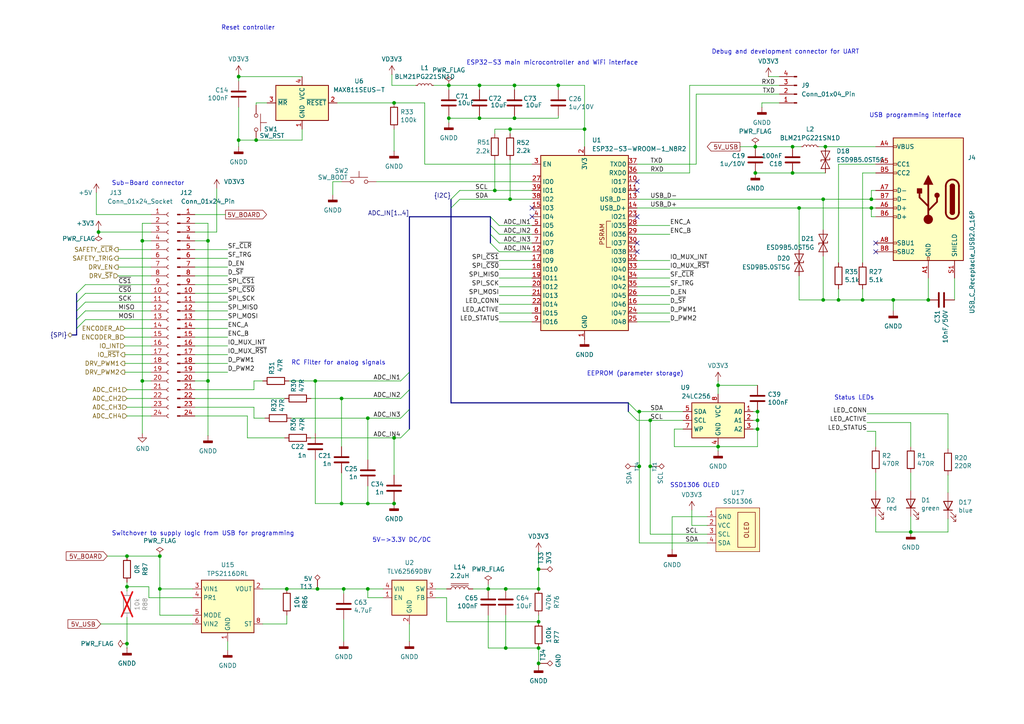
<source format=kicad_sch>
(kicad_sch (version 20250114) (generator "eeschema") (generator_version "9.0")
  (paper "A4")
  (title_block (title "HODOR (Highly flexible Open-source Door Operation Regulator)") (date "2025-02-21") (rev "00") (company "smartintech.de"))
  (bus_alias "I2C" (members "SCL" "SDA"))
  (text "Status LEDs" (at 241.935 116.205 0) (effects (font (size 1.27 1.27)) (justify left bottom)))
  (text "RC Filter for analog signals\n" (at 84.455 106.045 0) (effects (font (size 1.27 1.27)) (justify left bottom)))
  (text "SSD1306 OLED" (at 194.31 141.605 0) (effects (font (size 1.27 1.27)) (justify left bottom)))
  (text "Debug and development connector for UART\n" (at 206.375 15.875 0) (effects (font (size 1.27 1.27)) (justify left bottom)))
  (text "Switchover to supply logic from USB for programming" (at 32.385 155.575 0) (effects (font (size 1.27 1.27)) (justify left bottom)))
  (text "EEPROM (parameter storage)" (at 170.18 109.22 0) (effects (font (size 1.27 1.27)) (justify left bottom)))
  (text "Sub-Board connector" (at 32.385 53.975 0) (effects (font (size 1.27 1.27)) (justify left bottom)))
  (text "ESP32-S3 main microcontroller and WiFi interface" (at 135.255 19.05 0) (effects (font (size 1.27 1.27)) (justify left bottom)))
  (text "USB programming interface" (at 252.095 34.29 0) (effects (font (size 1.27 1.27)) (justify left bottom)))
  (text "Reset controller" (at 64.135 8.89 0) (effects (font (size 1.27 1.27)) (justify left bottom)))
  (text "5V->3.3V DC/DC" (at 107.95 157.48 0) (effects (font (size 1.27 1.27)) (justify left bottom)))
  (junction (at 99.695 170.815))
  (junction (at 114.3 146.05))
  (junction (at 161.925 24.765))
  (junction (at 147.955 37.465))
  (junction (at 41.275 69.85))
  (junction (at 238.76 86.995))
  (junction (at 92.075 170.815))
  (junction (at 219.075 50.165))
  (junction (at 99.06 115.57))
  (junction (at 69.215 22.225))
  (junction (at 219.075 42.545))
  (junction (at 146.685 187.96))
  (junction (at 60.325 69.85))
  (junction (at 219.71 121.92))
  (junction (at 46.355 170.815))
  (junction (at 252.73 60.325))
  (junction (at 146.685 170.815))
  (junction (at 250.19 86.995))
  (junction (at 238.76 57.785))
  (junction (at 114.3 29.845))
  (junction (at 229.87 50.165))
  (junction (at 60.325 110.49))
  (junction (at 219.71 119.38))
  (junction (at 149.225 34.29))
  (junction (at 130.175 34.29))
  (junction (at 219.71 124.46))
  (junction (at 114.3 127))
  (junction (at 106.68 146.05))
  (junction (at 259.08 86.995))
  (junction (at 269.24 86.995))
  (junction (at 74.295 40.64))
  (junction (at 106.68 121.285))
  (junction (at 36.83 161.29))
  (junction (at 229.87 42.545))
  (junction (at 156.21 187.96))
  (junction (at 239.395 42.545))
  (junction (at 185.42 119.38))
  (junction (at 147.955 57.785))
  (junction (at 264.16 154.305))
  (junction (at 99.06 146.05))
  (junction (at 36.83 186.69))
  (junction (at 139.065 34.29))
  (junction (at 141.605 170.815))
  (junction (at 208.28 129.54))
  (junction (at 156.21 170.815))
  (junction (at 208.28 111.76))
  (junction (at 252.73 57.785))
  (junction (at 91.44 110.49))
  (junction (at 156.21 180.34))
  (junction (at 169.545 37.465))
  (junction (at 188.595 121.92))
  (junction (at 185.42 135.255))
  (junction (at 188.595 135.255))
  (junction (at 28.575 67.31))
  (junction (at 69.215 40.64))
  (junction (at 149.225 24.765))
  (junction (at 46.355 161.29))
  (junction (at 143.51 55.245))
  (junction (at 106.68 170.815))
  (junction (at 156.21 165.1))
  (junction (at 83.185 170.815))
  (junction (at 243.205 86.995))
  (junction (at 41.275 110.49))
  (junction (at 36.83 170.18))
  (junction (at 130.175 24.765))
  (junction (at 231.775 60.325))
  (junction (at 156.21 192.405))
  (junction (at 139.065 24.765))
  (no_connect (at 184.785 62.865))
  (no_connect (at 254 70.485))
  (no_connect (at 154.305 62.865))
  (no_connect (at 184.785 73.025))
  (no_connect (at 184.785 70.485))
  (no_connect (at 184.785 52.705))
  (no_connect (at 254 73.025))
  (no_connect (at 154.305 60.325))
  (no_connect (at 184.785 55.245))
  (bus_entry (at 22.225 92.71) (size 2.54 -2.54))
  (bus_entry (at 142.24 70.485) (size 2.54 2.54))
  (bus_entry (at 130.81 57.785) (size 2.54 -2.54))
  (bus_entry (at 22.225 87.63) (size 2.54 -2.54))
  (bus_entry (at 22.225 95.25) (size 2.54 -2.54))
  (bus_entry (at 130.81 60.325) (size 2.54 -2.54))
  (bus_entry (at 118.745 118.745) (size -2.54 2.54))
  (bus_entry (at 118.745 113.03) (size -2.54 2.54))
  (bus_entry (at 142.24 67.945) (size 2.54 2.54))
  (bus_entry (at 142.24 62.865) (size 2.54 2.54))
  (bus_entry (at 182.245 119.38) (size 2.54 2.54))
  (bus_entry (at 142.24 65.405) (size 2.54 2.54))
  (bus_entry (at 22.225 85.09) (size 2.54 -2.54))
  (bus_entry (at 182.245 116.84) (size 2.54 2.54))
  (bus_entry (at 118.745 124.46) (size -2.54 2.54))
  (bus_entry (at 22.225 90.17) (size 2.54 -2.54))
  (bus_entry (at 118.745 107.95) (size -2.54 2.54))
  (wire (pts (xy 239.395 42.545) (xy 254 42.545)))
  (wire (pts (xy 36.195 105.41) (xy 43.815 105.41)))
  (wire (pts (xy 73.66 110.49) (xy 76.2 110.49)))
  (wire (pts (xy 144.78 93.345) (xy 154.305 93.345)))
  (wire (pts (xy 74.295 40.64) (xy 87.63 40.64)))
  (wire (pts (xy 111.125 173.355) (xy 106.68 173.355)))
  (bus (pts (xy 142.24 62.865) (xy 118.745 62.865)))
  (wire (pts (xy 161.925 24.765) (xy 169.545 24.765)))
  (wire (pts (xy 231.775 60.325) (xy 252.73 60.325)))
  (wire (pts (xy 184.785 57.785) (xy 238.76 57.785)))
  (wire (pts (xy 36.83 168.91) (xy 36.83 170.18)))
  (wire (pts (xy 274.955 154.305) (xy 264.16 154.305)))
  (wire (pts (xy 252.73 55.245) (xy 252.73 57.785)))
  (wire (pts (xy 99.695 170.815) (xy 106.68 170.815)))
  (wire (pts (xy 219.71 121.92) (xy 219.71 124.46)))
  (wire (pts (xy 250.19 83.82) (xy 250.19 86.995)))
  (wire (pts (xy 56.515 72.39) (xy 66.04 72.39)))
  (wire (pts (xy 144.78 83.185) (xy 154.305 83.185)))
  (wire (pts (xy 276.86 80.645) (xy 276.86 86.995)))
  (wire (pts (xy 60.325 110.49) (xy 60.325 126.365)))
  (wire (pts (xy 113.665 24.765) (xy 120.65 24.765)))
  (wire (pts (xy 161.925 26.035) (xy 161.925 24.765)))
  (wire (pts (xy 259.08 86.995) (xy 269.24 86.995)))
  (wire (pts (xy 218.44 119.38) (xy 219.71 119.38)))
  (wire (pts (xy 184.785 60.325) (xy 231.775 60.325)))
  (wire (pts (xy 60.325 64.77) (xy 60.325 69.85)))
  (bus (pts (xy 118.745 62.865) (xy 118.745 107.95)))
  (wire (pts (xy 229.87 42.545) (xy 219.075 42.545)))
  (wire (pts (xy 226.06 22.225) (xy 222.885 22.225)))
  (wire (pts (xy 114.3 37.465) (xy 114.3 43.815)))
  (wire (pts (xy 194.945 149.86) (xy 194.945 159.385)))
  (wire (pts (xy 144.78 90.805) (xy 154.305 90.805)))
  (wire (pts (xy 184.785 121.92) (xy 188.595 121.92)))
  (wire (pts (xy 161.925 33.655) (xy 161.925 34.29)))
  (wire (pts (xy 147.955 46.355) (xy 147.955 57.785)))
  (wire (pts (xy 46.355 170.815) (xy 55.88 170.815)))
  (wire (pts (xy 69.215 40.64) (xy 74.295 40.64)))
  (wire (pts (xy 36.195 97.79) (xy 43.815 97.79)))
  (wire (pts (xy 169.545 37.465) (xy 169.545 42.545)))
  (wire (pts (xy 254 154.305) (xy 264.16 154.305)))
  (wire (pts (xy 149.225 26.035) (xy 149.225 24.765)))
  (wire (pts (xy 56.515 120.65) (xy 71.755 120.65)))
  (wire (pts (xy 56.515 113.03) (xy 73.66 113.03)))
  (wire (pts (xy 83.185 180.975) (xy 83.185 178.435)))
  (wire (pts (xy 226.06 29.845) (xy 220.98 29.845)))
  (wire (pts (xy 208.28 110.49) (xy 208.28 111.76)))
  (wire (pts (xy 198.12 124.46) (xy 195.58 124.46)))
  (wire (pts (xy 141.605 169.545) (xy 141.605 170.815)))
  (wire (pts (xy 114.3 137.795) (xy 114.3 127)))
  (bus (pts (xy 118.745 113.03) (xy 118.745 118.745)))
  (wire (pts (xy 92.075 170.815) (xy 99.695 170.815)))
  (wire (pts (xy 97.79 29.845) (xy 114.3 29.845)))
  (wire (pts (xy 24.765 92.71) (xy 43.815 92.71)))
  (wire (pts (xy 188.595 121.92) (xy 198.12 121.92)))
  (wire (pts (xy 194.945 149.86) (xy 205.105 149.86)))
  (wire (pts (xy 137.16 170.815) (xy 141.605 170.815)))
  (wire (pts (xy 73.66 121.285) (xy 76.835 121.285)))
  (wire (pts (xy 129.54 173.355) (xy 129.54 180.34)))
  (wire (pts (xy 116.205 115.57) (xy 99.06 115.57)))
  (wire (pts (xy 219.71 129.54) (xy 219.71 124.46)))
  (wire (pts (xy 218.44 121.92) (xy 219.71 121.92)))
  (bus (pts (xy 142.24 65.405) (xy 142.24 67.945)))
  (wire (pts (xy 28.575 67.31) (xy 43.815 67.31)))
  (wire (pts (xy 34.29 77.47) (xy 43.815 77.47)))
  (wire (pts (xy 237.49 42.545) (xy 239.395 42.545)))
  (wire (pts (xy 116.205 121.285) (xy 106.68 121.285)))
  (wire (pts (xy 254 50.165) (xy 250.19 50.165)))
  (wire (pts (xy 24.765 82.55) (xy 43.815 82.55)))
  (wire (pts (xy 73.66 110.49) (xy 73.66 113.03)))
  (wire (pts (xy 116.205 110.49) (xy 91.44 110.49)))
  (wire (pts (xy 156.21 187.96) (xy 156.21 192.405)))
  (wire (pts (xy 36.83 120.65) (xy 43.815 120.65)))
  (wire (pts (xy 144.78 67.945) (xy 154.305 67.945)))
  (wire (pts (xy 41.275 110.49) (xy 43.815 110.49)))
  (wire (pts (xy 250.19 50.165) (xy 250.19 76.2)))
  (wire (pts (xy 106.68 170.815) (xy 111.125 170.815)))
  (wire (pts (xy 36.83 113.03) (xy 43.815 113.03)))
  (wire (pts (xy 76.2 180.975) (xy 83.185 180.975)))
  (wire (pts (xy 219.71 111.76) (xy 208.28 111.76)))
  (wire (pts (xy 238.76 86.995) (xy 238.76 74.295)))
  (wire (pts (xy 114.3 146.05) (xy 114.3 145.415)))
  (wire (pts (xy 252.73 60.325) (xy 252.73 62.865)))
  (wire (pts (xy 76.2 170.815) (xy 83.185 170.815)))
  (wire (pts (xy 27.94 62.23) (xy 43.815 62.23)))
  (wire (pts (xy 141.605 187.96) (xy 146.685 187.96)))
  (wire (pts (xy 41.275 64.77) (xy 41.275 69.85)))
  (wire (pts (xy 184.785 47.625) (xy 201.93 47.625)))
  (wire (pts (xy 264.16 142.24) (xy 264.16 137.16)))
  (wire (pts (xy 90.17 127) (xy 114.3 127)))
  (wire (pts (xy 139.065 24.765) (xy 139.065 26.035)))
  (wire (pts (xy 156.21 187.96) (xy 146.685 187.96)))
  (bus (pts (xy 20.955 97.155) (xy 22.225 97.155)))
  (wire (pts (xy 34.29 74.93) (xy 43.815 74.93)))
  (wire (pts (xy 56.515 87.63) (xy 66.04 87.63)))
  (wire (pts (xy 113.665 21.59) (xy 113.665 24.765)))
  (wire (pts (xy 99.695 170.815) (xy 99.695 172.085)))
  (wire (pts (xy 143.51 55.245) (xy 154.305 55.245)))
  (wire (pts (xy 130.175 24.765) (xy 139.065 24.765)))
  (wire (pts (xy 31.115 161.29) (xy 36.83 161.29)))
  (wire (pts (xy 208.28 111.76) (xy 208.28 114.3)))
  (wire (pts (xy 149.225 24.765) (xy 161.925 24.765)))
  (wire (pts (xy 133.35 57.785) (xy 147.955 57.785)))
  (wire (pts (xy 218.44 124.46) (xy 219.71 124.46)))
  (wire (pts (xy 229.87 50.165) (xy 239.395 50.165)))
  (wire (pts (xy 194.31 67.945) (xy 184.785 67.945)))
  (wire (pts (xy 194.31 83.185) (xy 184.785 83.185)))
  (wire (pts (xy 144.78 70.485) (xy 154.305 70.485)))
  (wire (pts (xy 99.06 129.54) (xy 99.06 115.57)))
  (wire (pts (xy 66.04 80.01) (xy 56.515 80.01)))
  (wire (pts (xy 133.35 55.245) (xy 143.51 55.245)))
  (wire (pts (xy 144.78 88.265) (xy 154.305 88.265)))
  (wire (pts (xy 130.175 34.29) (xy 139.065 34.29)))
  (wire (pts (xy 200.025 24.765) (xy 226.06 24.765)))
  (wire (pts (xy 56.515 118.11) (xy 73.66 118.11)))
  (bus (pts (xy 22.225 87.63) (xy 22.225 90.17)))
  (wire (pts (xy 114.3 29.845) (xy 123.19 29.845)))
  (wire (pts (xy 73.66 118.11) (xy 73.66 121.285)))
  (wire (pts (xy 243.205 47.625) (xy 243.205 76.2)))
  (wire (pts (xy 24.765 90.17) (xy 43.815 90.17)))
  (wire (pts (xy 243.205 86.995) (xy 250.19 86.995)))
  (wire (pts (xy 99.06 137.16) (xy 99.06 146.05)))
  (wire (pts (xy 231.775 86.995) (xy 231.775 80.01)))
  (wire (pts (xy 208.28 129.54) (xy 219.71 129.54)))
  (wire (pts (xy 90.17 115.57) (xy 99.06 115.57)))
  (wire (pts (xy 141.605 178.435) (xy 141.605 187.96)))
  (wire (pts (xy 144.78 78.105) (xy 154.305 78.105)))
  (wire (pts (xy 238.76 86.995) (xy 231.775 86.995)))
  (wire (pts (xy 125.73 24.765) (xy 130.175 24.765)))
  (wire (pts (xy 156.21 165.1) (xy 156.21 160.02)))
  (wire (pts (xy 56.515 69.85) (xy 60.325 69.85)))
  (wire (pts (xy 60.325 69.85) (xy 60.325 110.49)))
  (wire (pts (xy 62.865 67.31) (xy 62.865 54.61)))
  (wire (pts (xy 56.515 110.49) (xy 60.325 110.49)))
  (wire (pts (xy 36.83 118.11) (xy 43.815 118.11)))
  (wire (pts (xy 184.785 119.38) (xy 185.42 119.38)))
  (wire (pts (xy 36.83 115.57) (xy 43.815 115.57)))
  (wire (pts (xy 251.46 122.555) (xy 264.16 122.555)))
  (wire (pts (xy 24.765 87.63) (xy 43.815 87.63)))
  (wire (pts (xy 259.08 86.995) (xy 259.08 90.17)))
  (wire (pts (xy 96.52 52.705) (xy 99.06 52.705)))
  (wire (pts (xy 56.515 115.57) (xy 82.55 115.57)))
  (wire (pts (xy 143.51 37.465) (xy 147.955 37.465)))
  (wire (pts (xy 43.18 170.18) (xy 36.83 170.18)))
  (wire (pts (xy 71.755 120.65) (xy 71.755 127)))
  (wire (pts (xy 188.595 154.94) (xy 205.105 154.94)))
  (wire (pts (xy 252.73 57.785) (xy 254 57.785)))
  (bus (pts (xy 118.745 107.95) (xy 118.745 113.03)))
  (wire (pts (xy 69.215 40.64) (xy 69.215 42.545)))
  (wire (pts (xy 27.94 62.23) (xy 27.94 55.88)))
  (wire (pts (xy 106.68 133.35) (xy 106.68 121.285)))
  (wire (pts (xy 219.075 50.165) (xy 229.87 50.165)))
  (wire (pts (xy 243.205 86.995) (xy 238.76 86.995)))
  (wire (pts (xy 254 60.325) (xy 252.73 60.325)))
  (wire (pts (xy 24.765 85.09) (xy 43.815 85.09)))
  (wire (pts (xy 264.16 149.86) (xy 264.16 154.305)))
  (wire (pts (xy 109.22 52.705) (xy 154.305 52.705)))
  (wire (pts (xy 214.63 42.545) (xy 219.075 42.545)))
  (wire (pts (xy 184.785 75.565) (xy 194.31 75.565)))
  (wire (pts (xy 123.19 47.625) (xy 154.305 47.625)))
  (wire (pts (xy 156.21 170.815) (xy 156.21 165.1)))
  (wire (pts (xy 254 55.245) (xy 252.73 55.245)))
  (wire (pts (xy 106.68 140.97) (xy 106.68 146.05)))
  (wire (pts (xy 185.42 135.255) (xy 185.42 157.48)))
  (wire (pts (xy 144.78 80.645) (xy 154.305 80.645)))
  (wire (pts (xy 169.545 24.765) (xy 169.545 37.465)))
  (wire (pts (xy 77.47 29.845) (xy 74.295 29.845)))
  (wire (pts (xy 28.575 67.31) (xy 28.575 66.675)))
  (bus (pts (xy 142.24 67.945) (xy 142.24 70.485)))
  (wire (pts (xy 208.28 129.54) (xy 208.28 130.81)))
  (wire (pts (xy 36.83 186.69) (xy 36.83 179.07)))
  (bus (pts (xy 22.225 92.71) (xy 22.225 95.25)))
  (wire (pts (xy 195.58 129.54) (xy 208.28 129.54)))
  (wire (pts (xy 66.04 186.055) (xy 66.04 188.595)))
  (wire (pts (xy 116.205 127) (xy 114.3 127)))
  (wire (pts (xy 269.24 86.995) (xy 269.24 80.645)))
  (wire (pts (xy 161.925 34.29) (xy 149.225 34.29)))
  (wire (pts (xy 29.21 180.975) (xy 55.88 180.975)))
  (wire (pts (xy 200.025 24.765) (xy 200.025 50.165)))
  (wire (pts (xy 36.195 102.87) (xy 43.815 102.87)))
  (wire (pts (xy 36.195 107.95) (xy 43.815 107.95)))
  (wire (pts (xy 274.955 150.495) (xy 274.955 154.305)))
  (wire (pts (xy 34.29 72.39) (xy 43.815 72.39)))
  (wire (pts (xy 231.775 60.325) (xy 231.775 72.39)))
  (bus (pts (xy 118.745 118.745) (xy 118.745 124.46)))
  (wire (pts (xy 74.295 29.845) (xy 74.295 30.48)))
  (wire (pts (xy 36.195 95.25) (xy 43.815 95.25)))
  (wire (pts (xy 96.52 56.515) (xy 96.52 52.705)))
  (wire (pts (xy 156.21 178.435) (xy 156.21 180.34)))
  (wire (pts (xy 71.755 127) (xy 82.55 127)))
  (wire (pts (xy 251.46 120.015) (xy 274.955 120.015)))
  (wire (pts (xy 99.695 179.705) (xy 99.695 186.055)))
  (wire (pts (xy 147.955 57.785) (xy 154.305 57.785)))
  (wire (pts (xy 43.815 64.77) (xy 41.275 64.77)))
  (wire (pts (xy 184.785 78.105) (xy 194.31 78.105)))
  (wire (pts (xy 69.215 22.225) (xy 69.215 23.495)))
  (wire (pts (xy 83.185 170.815) (xy 92.075 170.815)))
  (wire (pts (xy 139.065 24.765) (xy 149.225 24.765)))
  (wire (pts (xy 238.76 57.785) (xy 252.73 57.785)))
  (wire (pts (xy 232.41 42.545) (xy 229.87 42.545)))
  (wire (pts (xy 69.215 21.59) (xy 69.215 22.225)))
  (wire (pts (xy 56.515 64.77) (xy 60.325 64.77)))
  (wire (pts (xy 66.04 105.41) (xy 56.515 105.41)))
  (wire (pts (xy 220.98 29.845) (xy 220.98 31.115)))
  (wire (pts (xy 43.18 173.355) (xy 43.18 170.18)))
  (wire (pts (xy 184.785 50.165) (xy 200.025 50.165)))
  (wire (pts (xy 130.175 24.765) (xy 130.175 26.035)))
  (wire (pts (xy 56.515 102.87) (xy 66.04 102.87)))
  (wire (pts (xy 274.955 142.875) (xy 274.955 137.795)))
  (wire (pts (xy 254 129.54) (xy 254 125.095)))
  (bus (pts (xy 130.81 116.84) (xy 182.245 116.84)))
  (wire (pts (xy 69.215 22.225) (xy 87.63 22.225)))
  (wire (pts (xy 65.405 62.23) (xy 56.515 62.23)))
  (wire (pts (xy 34.29 80.01) (xy 43.815 80.01)))
  (wire (pts (xy 243.205 83.82) (xy 243.205 86.995)))
  (wire (pts (xy 143.51 46.355) (xy 143.51 55.245)))
  (wire (pts (xy 194.31 85.725) (xy 184.785 85.725)))
  (wire (pts (xy 146.685 187.96) (xy 146.685 178.435)))
  (wire (pts (xy 41.275 69.85) (xy 43.815 69.85)))
  (wire (pts (xy 264.16 122.555) (xy 264.16 129.54)))
  (wire (pts (xy 139.065 33.655) (xy 139.065 34.29)))
  (wire (pts (xy 201.93 27.305) (xy 226.06 27.305)))
  (wire (pts (xy 254 137.16) (xy 254 142.24)))
  (wire (pts (xy 139.065 34.29) (xy 149.225 34.29)))
  (wire (pts (xy 87.63 37.465) (xy 87.63 40.64)))
  (wire (pts (xy 188.595 121.92) (xy 188.595 135.255)))
  (wire (pts (xy 200.66 147.955) (xy 200.66 152.4)))
  (wire (pts (xy 238.76 66.675) (xy 238.76 57.785)))
  (bus (pts (xy 182.245 116.84) (xy 182.245 119.38)))
  (wire (pts (xy 46.355 178.435) (xy 46.355 170.815)))
  (wire (pts (xy 254 149.86) (xy 254 154.305)))
  (wire (pts (xy 274.955 130.175) (xy 274.955 120.015)))
  (wire (pts (xy 91.44 110.49) (xy 91.44 125.73)))
  (wire (pts (xy 56.515 107.95) (xy 66.04 107.95)))
  (bus (pts (xy 22.225 85.09) (xy 22.225 87.63)))
  (wire (pts (xy 126.365 173.355) (xy 129.54 173.355)))
  (wire (pts (xy 66.04 74.93) (xy 56.515 74.93)))
  (wire (pts (xy 123.19 29.845) (xy 123.19 47.625)))
  (wire (pts (xy 185.42 119.38) (xy 198.12 119.38)))
  (wire (pts (xy 130.175 35.56) (xy 130.175 34.29)))
  (wire (pts (xy 194.31 90.805) (xy 184.785 90.805)))
  (bus (pts (xy 22.225 90.17) (xy 22.225 92.71)))
  (wire (pts (xy 106.68 146.05) (xy 114.3 146.05)))
  (wire (pts (xy 129.54 180.34) (xy 156.21 180.34)))
  (wire (pts (xy 156.21 192.405) (xy 156.21 193.04)))
  (wire (pts (xy 46.355 161.29) (xy 36.83 161.29)))
  (wire (pts (xy 56.515 82.55) (xy 66.04 82.55)))
  (bus (pts (xy 142.24 62.865) (xy 142.24 65.405)))
  (wire (pts (xy 144.78 65.405) (xy 154.305 65.405)))
  (bus (pts (xy 130.81 57.785) (xy 130.81 60.325)))
  (wire (pts (xy 55.88 173.355) (xy 43.18 173.355)))
  (wire (pts (xy 250.19 86.995) (xy 259.08 86.995)))
  (wire (pts (xy 141.605 170.815) (xy 146.685 170.815)))
  (wire (pts (xy 41.275 110.49) (xy 41.275 125.73)))
  (wire (pts (xy 201.93 47.625) (xy 201.93 27.305)))
  (wire (pts (xy 56.515 90.17) (xy 66.04 90.17)))
  (wire (pts (xy 254 47.625) (xy 243.205 47.625)))
  (wire (pts (xy 36.83 171.45) (xy 36.83 170.18)))
  (wire (pts (xy 36.83 187.96) (xy 36.83 186.69)))
  (wire (pts (xy 46.355 170.815) (xy 46.355 161.29)))
  (wire (pts (xy 194.31 88.265) (xy 184.785 88.265)))
  (wire (pts (xy 91.44 133.35) (xy 91.44 146.05)))
  (wire (pts (xy 205.105 152.4) (xy 200.66 152.4)))
  (wire (pts (xy 91.44 146.05) (xy 99.06 146.05)))
  (wire (pts (xy 66.04 97.79) (xy 56.515 97.79)))
  (wire (pts (xy 118.745 186.055) (xy 118.745 180.975)))
  (wire (pts (xy 185.42 157.48) (xy 205.105 157.48)))
  (wire (pts (xy 252.73 62.865) (xy 254 62.865)))
  (wire (pts (xy 184.785 80.645) (xy 194.31 80.645)))
  (wire (pts (xy 84.455 121.285) (xy 106.68 121.285)))
  (wire (pts (xy 56.515 67.31) (xy 62.865 67.31)))
  (wire (pts (xy 130.175 33.655) (xy 130.175 34.29)))
  (wire (pts (xy 99.06 146.05) (xy 106.68 146.05)))
  (wire (pts (xy 56.515 92.71) (xy 66.04 92.71)))
  (wire (pts (xy 55.88 178.435) (xy 46.355 178.435)))
  (wire (pts (xy 83.82 110.49) (xy 91.44 110.49)))
  (wire (pts (xy 66.04 100.33) (xy 56.515 100.33)))
  (wire (pts (xy 194.31 65.405) (xy 184.785 65.405)))
  (wire (pts (xy 195.58 124.46) (xy 195.58 129.54)))
  (wire (pts (xy 147.955 37.465) (xy 169.545 37.465)))
  (wire (pts (xy 144.78 75.565) (xy 154.305 75.565)))
  (wire (pts (xy 146.685 170.815) (xy 156.21 170.815)))
  (wire (pts (xy 194.31 93.345) (xy 184.785 93.345)))
  (wire (pts (xy 66.04 77.47) (xy 56.515 77.47)))
  (wire (pts (xy 106.68 173.355) (xy 106.68 170.815)))
  (wire (pts (xy 144.78 85.725) (xy 154.305 85.725)))
  (wire (pts (xy 66.04 95.25) (xy 56.515 95.25)))
  (wire (pts (xy 69.215 31.115) (xy 69.215 40.64)))
  (wire (pts (xy 219.71 119.38) (xy 219.71 121.92)))
  (wire (pts (xy 147.955 37.465) (xy 147.955 38.735)))
  (wire (pts (xy 41.275 69.85) (xy 41.275 110.49)))
  (bus (pts (xy 22.225 95.25) (xy 22.225 97.155)))
  (wire (pts (xy 56.515 85.09) (xy 66.04 85.09)))
  (bus (pts (xy 130.81 60.325) (xy 130.81 116.84)))
  (wire (pts (xy 126.365 170.815) (xy 129.54 170.815)))
  (wire (pts (xy 144.78 73.025) (xy 154.305 73.025)))
  (wire (pts (xy 36.195 100.33) (xy 43.815 100.33)))
  (wire (pts (xy 149.225 34.29) (xy 149.225 33.655)))
  (wire (pts (xy 185.42 119.38) (xy 185.42 135.255)))
  (wire (pts (xy 143.51 38.735) (xy 143.51 37.465)))
  (wire (pts (xy 251.46 125.095) (xy 254 125.095)))
  (wire (pts (xy 188.595 135.255) (xy 188.595 154.94)))
  (label "D_EN" (at 66.04 77.47 0))
  (label "~{CS1}" (at 34.29 82.55 0))
  (label "SPI_SCK" (at 144.78 83.185 180))
  (label "SPI_~{CS1}" (at 66.04 82.55 0))
  (label "D_PWM1" (at 66.04 105.41 0))
  (label "ADC_IN1" (at 146.05 65.405 0))
  (label "TXD" (at 188.595 47.625 0))
  (label "LED_ACTIVE" (at 144.78 90.805 180))
  (label "ADC_IN4" (at 116.205 127 180))
  (label "ADC_IN2" (at 116.205 115.57 180))
  (label "ADC_IN3" (at 146.05 70.485 0))
  (label "SPI_SCK" (at 66.04 87.63 0))
  (label "SCL" (at 188.595 121.92 0))
  (label "SPI_MISO" (at 66.04 90.17 0))
  (label "ENC_B" (at 66.04 97.79 0))
  (label "SPI_MOSI" (at 66.04 92.71 0))
  (label "ADC_IN2" (at 146.05 67.945 0))
  (label "SF_TRG" (at 194.31 83.185 0))
  (label "ENC_A" (at 194.31 65.405 0))
  (label "SCK" (at 34.29 87.63 0))
  (label "IO_MUX_INT" (at 66.04 100.33 0))
  (label "RXD" (at 224.79 24.765 180))
  (label "SPI_~{CS1}" (at 144.78 75.565 180))
  (label "SDA" (at 188.595 119.38 0))
  (label "SPI_~{CS0}" (at 66.04 85.09 0))
  (label "MOSI" (at 34.29 92.71 0))
  (label "{I2C}" (at 130.81 57.785 180))
  (label "D_PWM2" (at 66.04 107.95 0))
  (label "SF_TRG" (at 66.04 74.93 0))
  (label "USB_D-" (at 188.595 57.785 0))
  (label "D_~{SF}" (at 66.04 80.01 0))
  (label "ENC_B" (at 194.31 67.945 0))
  (label "LED_CONN" (at 251.46 120.015 180))
  (label "SPI_~{CS0}" (at 144.78 78.105 180))
  (label "SDA" (at 198.755 157.48 0))
  (label "IO_MUX_~{RST}" (at 194.31 78.105 0))
  (label "SPI_MOSI" (at 144.78 85.725 180))
  (label "IO_MUX_INT" (at 194.31 75.565 0))
  (label "LED_ACTIVE" (at 251.46 122.555 180))
  (label "ADC_IN3" (at 116.205 121.285 180))
  (label "ADC_IN[1..4]" (at 118.745 62.865 180))
  (label "IO_MUX_~{RST}" (at 66.04 102.87 0))
  (label "SCL" (at 198.755 154.94 0))
  (label "ADC_IN1" (at 116.205 110.49 180))
  (label "LED_STATUS" (at 144.78 93.345 180))
  (label "~{CS0}" (at 34.29 85.09 0))
  (label "ENC_A" (at 66.04 95.25 0))
  (label "SPI_MISO" (at 144.78 80.645 180))
  (label "D_EN" (at 194.31 85.725 0))
  (label "SCL" (at 137.795 55.245 0))
  (label "MISO" (at 34.29 90.17 0))
  (label "D_~{SF}" (at 194.31 88.265 0))
  (label "ADC_IN4" (at 146.05 73.025 0))
  (label "D_PWM2" (at 194.31 93.345 0))
  (label "SF_~{CLR}" (at 194.31 80.645 0))
  (label "SF_~{CLR}" (at 66.04 72.39 0))
  (label "D_PWM1" (at 194.31 90.805 0))
  (label "LED_CONN" (at 144.78 88.265 180))
  (label "USB_D+" (at 188.595 60.325 0))
  (label "RXD" (at 188.595 50.165 0))
  (label "TXD" (at 224.79 27.305 180))
  (label "LED_STATUS" (at 251.46 125.095 180))
  (label "SDA" (at 137.795 57.785 0))
  (global_label "5V_BOARD" (shape input) (at 31.115 161.29 180) (property "Intersheetrefs" "${INTERSHEET_REFS}" (at 18.635 161.29 0) (effects (justify right))))
  (global_label "5V_USB" (shape output) (at 214.63 42.545 180) (property "Intersheetrefs" "${INTERSHEET_REFS}" (at 204.5691 42.545 0) (effects (justify right))))
  (global_label "5V_BOARD" (shape output) (at 65.405 62.23 0) (property "Intersheetrefs" "${INTERSHEET_REFS}" (at 77.885 62.23 0) (effects (justify left))))
  (global_label "5V_USB" (shape input) (at 29.21 180.975 180) (property "Intersheetrefs" "${INTERSHEET_REFS}" (at 19.1491 180.975 0) (effects (justify right))))
  (hierarchical_label "{SPI}" (shape bidirectional) (at 20.955 97.155 180))
  (hierarchical_label "IO_~{RST}" (shape output) (at 36.195 102.87 180))
  (hierarchical_label "IO_INT" (shape input) (at 36.195 100.33 180))
  (hierarchical_label "SAFETY_TRIG" (shape output) (at 34.29 74.93 180))
  (hierarchical_label "SAFETY_~{CLR}" (shape output) (at 34.29 72.39 180))
  (hierarchical_label "DRV_PWM1" (shape output) (at 36.195 105.41 180))
  (hierarchical_label "DRV_EN" (shape output) (at 34.29 77.47 180))
  (hierarchical_label "ADC_CH1" (shape input) (at 36.83 113.03 180))
  (hierarchical_label "ADC_CH3" (shape input) (at 36.83 118.11 180))
  (hierarchical_label "ADC_CH2" (shape input) (at 36.83 115.57 180))
  (hierarchical_label "DRV_~{SF}" (shape input) (at 34.29 80.01 180))
  (hierarchical_label "ENCODER_A" (shape input) (at 36.195 95.25 180))
  (hierarchical_label "ADC_CH4" (shape input) (at 36.83 120.65 180))
  (hierarchical_label "ENCODER_B" (shape input) (at 36.195 97.79 180))
  (hierarchical_label "DRV_PWM2" (shape output) (at 36.195 107.95 180))
  (symbol (lib_id "Device:C") (at 91.44 129.54 0) (mirror x) (unit 1)
    (property "Reference" "C22" (at 88.265 129.54 0) (effects (justify right)))
    (property "Value" "1n" (at 88.9 132.08 0) (effects (justify right)))
    (property "Footprint" "Capacitor_SMD:C_0402_1005Metric" (effects (hide yes)))
    (property "Description" "Unpolarized capacitor" (effects (hide yes)))
  )
  (symbol (lib_id "Device:C") (at 99.06 133.35 0) (mirror x) (unit 1)
    (property "Reference" "C21" (at 96.139 132.1816 0) (effects (justify right)))
    (property "Value" "1n" (at 96.139 134.493 0) (effects (justify right)))
    (property "Footprint" "Capacitor_SMD:C_0402_1005Metric" (effects (hide yes)))
    (property "Description" "Unpolarized capacitor" (effects (hide yes)))
  )
  (symbol (lib_id "Device:C") (at 106.68 137.16 0) (mirror x) (unit 1)
    (property "Reference" "C25" (at 103.759 135.9916 0) (effects (justify right)))
    (property "Value" "1n" (at 103.759 138.303 0) (effects (justify right)))
    (property "Footprint" "Capacitor_SMD:C_0402_1005Metric" (effects (hide yes)))
    (property "Description" "Unpolarized capacitor" (effects (hide yes)))
  )
  (symbol (lib_id "Device:C") (at 114.3 141.605 0) (mirror x) (unit 1)
    (property "Reference" "C34" (at 111.379 140.4366 0) (effects (justify right)))
    (property "Value" "1n" (at 111.379 142.748 0) (effects (justify right)))
    (property "Footprint" "Capacitor_SMD:C_0402_1005Metric" (effects (hide yes)))
    (property "Description" "Unpolarized capacitor" (effects (hide yes)))
  )
  (symbol (lib_id "Memory_EEPROM:24LC256") (at 208.28 121.92 0) (mirror y) (unit 1)
    (property "Reference" "U9" (at 198.755 112.395 0))
    (property "Value" "24LC256" (at 201.93 114.935 0))
    (property "Footprint" "Package_SO:TSSOP-8_4.4x3mm_P0.65mm" (effects (hide yes)))
    (property "Datasheet" "http://ww1.microchip.com/downloads/en/devicedoc/21203m.pdf" (effects (hide yes)))
    (property "Description" "I2C Serial EEPROM, 256Kb, DIP-8/SOIC-8/TSSOP-8/DFN-8" (effects (hide yes)))
  )
  (symbol (lib_id "Device:C") (at 219.71 115.57 180) (unit 1)
    (property "Reference" "C39" (at 222.631 114.4016 0) (effects (justify right)))
    (property "Value" "100nF" (at 222.631 116.713 0) (effects (justify right)))
    (property "Footprint" "Capacitor_SMD:C_0402_1005Metric" (effects (hide yes)))
    (property "Description" "Unpolarized capacitor" (effects (hide yes)))
  )
  (symbol (lib_id "Device:R") (at 143.51 42.545 0) (unit 1)
    (property "Reference" "R51" (at 142.24 41.275 0) (effects (justify right)))
    (property "Value" "2.2k" (at 142.24 43.815 0) (effects (justify right)))
    (property "Footprint" "Resistor_SMD:R_0402_1005Metric" (effects (hide yes)))
    (property "Description" "Resistor" (effects (hide yes)))
  )
  (symbol (lib_id "Device:R") (at 147.955 42.545 0) (unit 1)
    (property "Reference" "R52" (at 149.733 41.3766 0) (effects (justify left)))
    (property "Value" "2.2k" (at 149.733 43.688 0) (effects (justify left)))
    (property "Footprint" "Resistor_SMD:R_0402_1005Metric" (effects (hide yes)))
    (property "Description" "Resistor" (effects (hide yes)))
  )
  (symbol (lib_id "Device:R") (at 80.01 110.49 90) (unit 1)
    (property "Reference" "R31" (at 78.8416 108.712 0) (effects (justify left)))
    (property "Value" "47R" (at 81.28 107.95 0) (effects (justify left)))
    (property "Footprint" "Resistor_SMD:R_0402_1005Metric" (effects (hide yes)))
    (property "Description" "Resistor" (effects (hide yes)))
  )
  (symbol (lib_id "Device:R") (at 86.36 115.57 90) (unit 1)
    (property "Reference" "R30" (at 85.1916 113.792 0) (effects (justify left)))
    (property "Value" "47R" (at 87.503 113.792 0) (effects (justify left)))
    (property "Footprint" "Resistor_SMD:R_0402_1005Metric" (effects (hide yes)))
    (property "Description" "Resistor" (effects (hide yes)))
  )
  (symbol (lib_id "Device:R") (at 80.645 121.285 90) (unit 1)
    (property "Reference" "R32" (at 79.4766 119.507 0) (effects (justify left)))
    (property "Value" "47R" (at 81.788 119.507 0) (effects (justify left)))
    (property "Footprint" "Resistor_SMD:R_0402_1005Metric" (effects (hide yes)))
    (property "Description" "Resistor" (effects (hide yes)))
  )
  (symbol (lib_id "Device:R") (at 86.36 127 90) (unit 1)
    (property "Reference" "R36" (at 85.09 125.095 0) (effects (justify left)))
    (property "Value" "47R" (at 87.63 125.095 0) (effects (justify left)))
    (property "Footprint" "Resistor_SMD:R_0402_1005Metric" (effects (hide yes)))
    (property "Description" "Resistor" (effects (hide yes)))
  )
  (symbol (lib_id "Connector:TestPoint_Alt") (at 185.42 135.255 90) (unit 1) (in_bom no)
    (property "Reference" "T24" (at 184.7596 136.7282 0) (effects (font (size 0.9906 0.9906)) (justify left)))
    (property "Value" "SDA" (at 182.4482 136.7282 0) (effects (justify right)))
    (property "Footprint" "TestPoint:TestPoint_Pad_D1.0mm" (effects (hide yes)))
    (property "Description" "test point (alternative shape)" (effects (hide yes)))
  )
  (symbol (lib_id "Connector:TestPoint_Alt") (at 188.595 135.255 270) (mirror x) (unit 1) (in_bom no)
    (property "Reference" "T21" (at 189.865 133.985 0) (effects (font (size 0.9906 0.9906)) (justify right)))
    (property "Value" "SCL" (at 191.5668 136.7282 0) (effects (justify right)))
    (property "Footprint" "TestPoint:TestPoint_Pad_D1.0mm" (effects (hide yes)))
    (property "Description" "test point (alternative shape)" (effects (hide yes)))
  )
  (symbol (lib_id "Device:C") (at 161.925 29.845 180) (unit 1)
    (property "Reference" "C26" (at 164.846 28.6766 0) (effects (justify right)))
    (property "Value" "1u/10V" (at 164.846 30.988 0) (effects (justify right)))
    (property "Footprint" "Capacitor_SMD:C_0402_1005Metric" (effects (hide yes)))
    (property "Description" "Unpolarized capacitor" (effects (hide yes)))
  )
  (symbol (lib_id "Device:R") (at 254 133.35 0) (unit 1)
    (property "Reference" "R2" (at 255.778 132.1816 0) (effects (justify left)))
    (property "Value" "470R" (at 255.778 134.493 0) (effects (justify left)))
    (property "Footprint" "Resistor_SMD:R_0402_1005Metric" (effects (hide yes)))
    (property "Description" "Resistor" (effects (hide yes)))
  )
  (symbol (lib_id "Device:R") (at 264.16 133.35 0) (unit 1)
    (property "Reference" "R1" (at 265.938 132.1816 0) (effects (justify left)))
    (property "Value" "470R" (at 265.938 134.493 0) (effects (justify left)))
    (property "Footprint" "Resistor_SMD:R_0402_1005Metric" (effects (hide yes)))
    (property "Description" "Resistor" (effects (hide yes)))
  )
  (symbol (lib_id "Device:LED") (at 254 146.05 90) (unit 1)
    (property "Reference" "D2" (at 256.9972 145.0594 90) (effects (justify right)))
    (property "Value" "red" (at 256.9972 147.3708 90) (effects (justify right)))
    (property "Footprint" "LED_SMD:LED_Kingbright_APA1606_1.6x0.6mm_Horizontal" (effects (hide yes)))
    (property "Description" "Light emitting diode" (effects (hide yes)))
    (property "Sim.Pins" "1=K 2=A" (effects (hide yes)))
  )
  (symbol (lib_id "Device:LED") (at 264.16 146.05 90) (unit 1)
    (property "Reference" "D1" (at 267.1572 145.0594 90) (effects (justify right)))
    (property "Value" "green" (at 267.1572 147.3708 90) (effects (justify right)))
    (property "Footprint" "LED_SMD:LED_Kingbright_APA1606_1.6x0.6mm_Horizontal" (effects (hide yes)))
    (property "Description" "Light emitting diode" (effects (hide yes)))
    (property "Sim.Pins" "1=K 2=A" (effects (hide yes)))
  )
  (symbol (lib_id "power:GNDD") (at 156.21 193.04 0) (unit 1)
    (property "Reference" "#PWR0103" (effects (hide yes)))
    (property "Value" "GNDD" (at 156.21 197.485 0))
    (property "Description" "Power symbol creates a global label with name \"GNDD\" , digital ground" (effects (hide yes)))
  )
  (symbol (lib_id "Device:L_Small") (at 234.95 42.545 90) (unit 1)
    (property "Reference" "L2" (at 234.95 37.465 90))
    (property "Value" "BLM21PG221SN1D" (at 234.95 40.005 90))
    (property "Footprint" "Inductor_SMD:L_0805_2012Metric" (effects (hide yes)))
    (property "Description" "Inductor, small symbol" (effects (hide yes)))
  )
  (symbol (lib_id "Switch:SW_Push") (at 74.295 35.56 270) (mirror x) (unit 1)
    (property "Reference" "SW1" (at 80.645 37.465 90) (effects (justify right)))
    (property "Value" "SW_RST" (at 82.55 39.37 90) (effects (justify right)))
    (property "Footprint" "Button_Switch_SMD:SW_SPST_CK_KMS2xxG" (effects (hide yes)))
    (property "Description" "Push button switch, generic, two pins" (effects (hide yes)))
  )
  (symbol (lib_id "power:GND") (at 41.275 125.73 0) (unit 1)
    (property "Reference" "#PWR0126" (effects (hide yes)))
    (property "Value" "GND" (at 41.402 130.1242 0))
    (property "Description" "Power symbol creates a global label with name \"GND\" , ground" (effects (hide yes)))
  )
  (symbol (lib_id "Device:R") (at 83.185 174.625 180) (unit 1)
    (property "Reference" "R86" (at 88.4428 174.625 90))
    (property "Value" "10k" (at 86.1314 174.625 90))
    (property "Footprint" "Resistor_SMD:R_0402_1005Metric" (effects (hide yes)))
    (property "Description" "Resistor" (effects (hide yes)))
  )
  (symbol (lib_id "hodor_custom_parts:SSD1306_OLED") (at 212.725 153.67 0) (mirror x) (unit 1)
    (property "Reference" "U17" (at 213.995 142.875 0))
    (property "Value" "SSD1306" (at 213.995 145.415 0))
    (property "Footprint" "hodor_footprints:SSD1306_OLED_Horizontal_Reverse" (effects (hide yes)))
  )
  (symbol (lib_id "Device:R") (at 243.205 80.01 0) (unit 1)
    (property "Reference" "R35" (at 244.983 78.8416 0) (effects (justify left)))
    (property "Value" "5.1k" (at 244.983 81.153 0) (effects (justify left)))
    (property "Footprint" "Resistor_SMD:R_0402_1005Metric" (effects (hide yes)))
    (property "Description" "Resistor" (effects (hide yes)))
  )
  (symbol (lib_id "power:GNDD") (at 114.3 43.815 0) (unit 1)
    (property "Reference" "#PWR0131" (effects (hide yes)))
    (property "Value" "GNDD" (at 114.3 48.26 0))
    (property "Description" "Power symbol creates a global label with name \"GNDD\" , digital ground" (effects (hide yes)))
  )
  (symbol (lib_id "Power_Supervisor:MAX811SEUS-T") (at 87.63 29.845 0) (unit 1)
    (property "Reference" "U6" (at 104.14 23.5264 0))
    (property "Value" "MAX811SEUS-T" (at 104.14 26.0664 0))
    (property "Footprint" "Package_TO_SOT_SMD:SOT-143" (effects (hide yes)))
    (property "Datasheet" "https://datasheets.maximintegrated.com/en/ds/MAX811-MAX812.pdf" (effects (hide yes)))
    (property "Description" "Power supply supervisor, Manual reset, Threshold 2.93V, SOT-143" (effects (hide yes)))
  )
  (symbol (lib_id "power:PWR_FLAG") (at 219.075 42.545 0) (unit 1)
    (property "Reference" "#FLG07" (effects (hide yes)))
    (property "Value" "PWR_FLAG" (at 219.075 38.1 0))
    (property "Description" "Special symbol for telling ERC where power comes from" (effects (hide yes)))
  )
  (symbol (lib_id "power:GNDD") (at 259.08 90.17 0) (unit 1)
    (property "Reference" "#PWR06" (effects (hide yes)))
    (property "Value" "GNDD" (at 259.08 94.615 0))
    (property "Description" "Power symbol creates a global label with name \"GNDD\" , digital ground" (effects (hide yes)))
  )
  (symbol (lib_id "Connector:TestPoint_Alt") (at 156.21 192.405 270) (unit 1) (in_bom no)
    (property "Reference" "T34" (at 157.48 191.77 0) (effects (justify right)))
    (property "Value" "GND" (at 161.925 193.675 0) (effects (justify right)))
    (property "Footprint" "TestPoint:TestPoint_Pad_1.0x1.0mm" (effects (hide yes)))
    (property "Description" "test point (alternative shape)" (effects (hide yes)))
  )
  (symbol (lib_id "power:+5V") (at 27.94 55.88 0) (unit 1)
    (property "Reference" "#PWR0130" (effects (hide yes)))
    (property "Value" "+5V" (at 24.765 55.88 0))
    (property "Description" "Power symbol creates a global label with name \"+5V\"" (effects (hide yes)))
  )
  (symbol (lib_id "Diode:ESD9B5.0ST5G") (at 239.395 46.355 270) (mirror x) (unit 1)
    (property "Reference" "D18" (at 242.57 43.815 90) (effects (justify left)))
    (property "Value" "ESD9B5.0ST5G" (at 242.57 46.355 90) (effects (justify left)))
    (property "Footprint" "Diode_SMD:D_SOD-923" (effects (hide yes)))
    (property "Datasheet" "https://www.onsemi.com/pub/Collateral/ESD9B-D.PDF" (effects (hide yes)))
    (property "Description" "ESD protection diode, 5.0Vrwm, SOD-923" (effects (hide yes)))
  )
  (symbol (lib_id "power:GNDD") (at 66.04 188.595 0) (unit 1)
    (property "Reference" "#PWR0116" (effects (hide yes)))
    (property "Value" "GNDD" (at 66.04 193.04 0))
    (property "Description" "Power symbol creates a global label with name \"GNDD\" , digital ground" (effects (hide yes)))
  )
  (symbol (lib_id "Device:R") (at 114.3 33.655 0) (unit 1)
    (property "Reference" "R33" (at 116.078 32.4866 0) (effects (justify left)))
    (property "Value" "100k" (at 116.078 34.798 0) (effects (justify left)))
    (property "Footprint" "Resistor_SMD:R_0402_1005Metric" (effects (hide yes)))
    (property "Description" "Resistor" (effects (hide yes)))
  )
  (symbol (lib_id "power:GNDD") (at 219.075 50.165 0) (unit 1)
    (property "Reference" "#PWR01" (effects (hide yes)))
    (property "Value" "GNDD" (at 219.075 54.61 0))
    (property "Description" "Power symbol creates a global label with name \"GNDD\" , digital ground" (effects (hide yes)))
  )
  (symbol (lib_id "power:GNDD") (at 36.83 187.96 0) (unit 1)
    (property "Reference" "#PWR0125" (effects (hide yes)))
    (property "Value" "GNDD" (at 36.83 192.405 0))
    (property "Description" "Power symbol creates a global label with name \"GNDD\" , digital ground" (effects (hide yes)))
  )
  (symbol (lib_id "power:PWR_FLAG") (at 28.575 67.31 180) (unit 1)
    (property "Reference" "#FLG012" (effects (hide yes)))
    (property "Value" "PWR_FLAG" (at 22.86 69.215 0))
    (property "Description" "Special symbol for telling ERC where power comes from" (effects (hide yes)))
  )
  (symbol (lib_id "power:PWR_FLAG") (at 141.605 169.545 0) (unit 1)
    (property "Reference" "#FLG09" (effects (hide yes)))
    (property "Value" "PWR_FLAG" (at 141.605 165.1 0))
    (property "Description" "Special symbol for telling ERC where power comes from" (effects (hide yes)))
  )
  (symbol (lib_id "Connector:TestPoint_Alt") (at 156.21 165.1 270) (unit 1) (in_bom no)
    (property "Reference" "T33" (at 156.8704 163.6268 0) (effects (justify right)))
    (property "Value" "3V3" (at 159.1818 163.6268 0) (effects (justify right)))
    (property "Footprint" "TestPoint:TestPoint_Pad_D1.0mm" (effects (hide yes)))
    (property "Description" "test point (alternative shape)" (effects (hide yes)))
  )
  (symbol (lib_id "power:PWR_FLAG") (at 130.175 24.765 0) (unit 1)
    (property "Reference" "#FLG05" (effects (hide yes)))
    (property "Value" "PWR_FLAG" (at 130.175 20.32 0))
    (property "Description" "Special symbol for telling ERC where power comes from" (effects (hide yes)))
  )
  (symbol (lib_id "Device:R") (at 274.955 133.985 0) (unit 1)
    (property "Reference" "R20" (at 276.733 132.8166 0) (effects (justify left)))
    (property "Value" "220R" (at 276.733 135.128 0) (effects (justify left)))
    (property "Footprint" "Resistor_SMD:R_0402_1005Metric" (effects (hide yes)))
    (property "Description" "Resistor" (effects (hide yes)))
  )
  (symbol (lib_id "power:VD") (at 222.885 22.225 0) (unit 1)
    (property "Reference" "#PWR08" (effects (hide yes)))
    (property "Value" "VD3V3" (at 222.885 17.78 0))
    (property "Description" "Power symbol creates a global label with name \"VD\"" (effects (hide yes)))
  )
  (symbol (lib_id "power:GNDD") (at 96.52 56.515 0) (unit 1)
    (property "Reference" "#PWR094" (effects (hide yes)))
    (property "Value" "GNDD" (at 96.52 60.96 0))
    (property "Description" "Power symbol creates a global label with name \"GNDD\" , digital ground" (effects (hide yes)))
  )
  (symbol (lib_id "power:GNDD") (at 69.215 42.545 0) (unit 1)
    (property "Reference" "#PWR093" (effects (hide yes)))
    (property "Value" "GNDD" (at 69.215 46.99 0))
    (property "Description" "Power symbol creates a global label with name \"GNDD\" , digital ground" (effects (hide yes)))
  )
  (symbol (lib_id "Connector:TestPoint_Alt") (at 92.075 170.815 0) (unit 1) (in_bom no)
    (property "Reference" "T13" (at 90.6018 170.1546 0) (effects (justify right)))
    (property "Value" "5V" (at 90.6018 167.8432 0) (effects (justify right)))
    (property "Footprint" "TestPoint:TestPoint_Pad_D1.0mm" (effects (hide yes)))
    (property "Description" "test point (alternative shape)" (effects (hide yes)))
  )
  (symbol (lib_id "Device:C") (at 146.685 174.625 0) (unit 1)
    (property "Reference" "C64" (at 149.606 173.4566 0) (effects (justify left)))
    (property "Value" "10uF" (at 149.606 175.768 0) (effects (justify left)))
    (property "Footprint" "Capacitor_SMD:C_0805_2012Metric" (effects (hide yes)))
    (property "Description" "Unpolarized capacitor" (effects (hide yes)))
  )
  (symbol (lib_id "Device:R") (at 250.19 80.01 0) (unit 1)
    (property "Reference" "R27" (at 251.968 78.8416 0) (effects (justify left)))
    (property "Value" "5.1k" (at 251.968 81.153 0) (effects (justify left)))
    (property "Footprint" "Resistor_SMD:R_0402_1005Metric" (effects (hide yes)))
    (property "Description" "Resistor" (effects (hide yes)))
  )
  (symbol (lib_id "power:PWR_FLAG") (at 36.83 186.69 90) (unit 1)
    (property "Reference" "#FLG06" (effects (hide yes)))
    (property "Value" "PWR_FLAG" (at 33.02 186.6899 90) (effects (justify left)))
    (property "Description" "Special symbol for telling ERC where power comes from" (effects (hide yes)))
  )
  (symbol (lib_id "power:VD") (at 156.21 160.02 0) (unit 1)
    (property "Reference" "#PWR05" (effects (hide yes)))
    (property "Value" "VD3V3" (at 156.21 155.575 0))
    (property "Description" "Power symbol creates a global label with name \"VD\"" (effects (hide yes)))
  )
  (symbol (lib_id "Regulator_Switching:TLV62569DBV") (at 118.745 173.355 0) (unit 1)
    (property "Reference" "U2" (at 118.745 163.195 0))
    (property "Value" "TLV62569DBV" (at 118.745 165.735 0))
    (property "Footprint" "Package_TO_SOT_SMD:SOT-23-5" (effects (hide yes)))
    (property "Datasheet" "http://www.ti.com/lit/ds/symlink/tlv62569.pdf" (effects (hide yes)))
    (property "Description" "High Efficiency Synchronous Buck Converter, Adjustable Output 0.6V-5.5V, 2A, SOT-23-5" (effects (hide yes)))
  )
  (symbol (lib_id "Device:C") (at 99.695 175.895 0) (unit 1)
    (property "Reference" "C63" (at 102.616 174.7266 0) (effects (justify left)))
    (property "Value" "4.7uF" (at 102.616 177.038 0) (effects (justify left)))
    (property "Footprint" "Capacitor_SMD:C_1206_3216Metric" (effects (hide yes)))
    (property "Description" "Unpolarized capacitor" (effects (hide yes)))
  )
  (symbol (lib_id "power:VD") (at 69.215 21.59 0) (unit 1)
    (property "Reference" "#PWR014" (effects (hide yes)))
    (property "Value" "VD3V3" (at 69.215 17.145 0))
    (property "Description" "Power symbol creates a global label with name \"VD\"" (effects (hide yes)))
  )
  (symbol (lib_id "Power_Management:TPS2116DRL") (at 66.04 175.895 0) (unit 1)
    (property "Reference" "U15" (at 66.04 163.83 0))
    (property "Value" "TPS2116DRL" (at 66.04 166.37 0))
    (property "Footprint" "Package_TO_SOT_SMD:SOT-583-8" (effects (hide yes)))
    (property "Datasheet" "https://www.ti.com/lit/ds/symlink/tps2116.pdf" (effects (hide yes)))
    (property "Description" "2 Channnels Power Mux with Manual and Priority Switchover, 1.6-5.5V Input Voltage, 2.5A Output Current, Ron 40 mOhm, SOT-583-8" (effects (hide yes)))
  )
  (symbol (lib_id "power:GNDD") (at 114.3 146.05 0) (unit 1)
    (property "Reference" "#PWR0102" (effects (hide yes)))
    (property "Value" "GNDD" (at 114.3 150.495 0))
    (property "Description" "Power symbol creates a global label with name \"GNDD\" , digital ground" (effects (hide yes)))
  )
  (symbol (lib_id "power:GNDD") (at 264.16 154.305 0) (unit 1)
    (property "Reference" "#PWR012" (effects (hide yes)))
    (property "Value" "GNDD" (at 264.16 158.75 0))
    (property "Description" "Power symbol creates a global label with name \"GNDD\" , digital ground" (effects (hide yes)))
  )
  (symbol (lib_id "power:GNDD") (at 169.545 98.425 0) (unit 1)
    (property "Reference" "#PWR059" (effects (hide yes)))
    (property "Value" "GNDD" (at 169.545 102.87 0))
    (property "Description" "Power symbol creates a global label with name \"GNDD\" , digital ground" (effects (hide yes)))
  )
  (symbol (lib_id "power:PWR_FLAG") (at 46.355 161.29 0) (unit 1)
    (property "Reference" "#FLG08" (effects (hide yes)))
    (property "Value" "PWR_FLAG" (at 46.355 156.845 0))
    (property "Description" "Special symbol for telling ERC where power comes from" (effects (hide yes)))
  )
  (symbol (lib_id "Connector:USB_C_Receptacle_USB2.0_16P") (at 269.24 57.785 0) (mirror y) (unit 1)
    (property "Reference" "J4" (at 280.67 45.72 0) (effects (justify right)))
    (property "Value" "USB_C_Receptacle_USB2.0_16P" (at 281.94 60.96 90) (effects (justify right)))
    (property "Footprint" "Connector_USB:USB_C_Receptacle_G-Switch_GT-USB-7010ASV" (effects (hide yes)))
    (property "Datasheet" "https://www.usb.org/sites/default/files/documents/usb_type-c.zip" (effects (hide yes)))
    (property "Description" "USB 2.0-only 16P Type-C Receptacle connector" (effects (hide yes)))
  )
  (symbol (lib_id "Device:C") (at 273.05 86.995 270) (mirror x) (unit 1)
    (property "Reference" "C31" (at 271.8816 89.916 0) (effects (justify right)))
    (property "Value" "10nF/50V" (at 274.193 89.916 0) (effects (justify right)))
    (property "Footprint" "Capacitor_SMD:C_0402_1005Metric" (effects (hide yes)))
    (property "Description" "Unpolarized capacitor" (effects (hide yes)))
  )
  (symbol (lib_id "Connector:Conn_01x24_Socket") (at 48.895 90.17 0) (unit 1)
    (property "Reference" "J13" (at 31.75 55.88 0) (effects (justify left)))
    (property "Value" "Conn_01x24_Socket" (at 31.115 58.42 0) (effects (justify left)))
    (property "Footprint" "Connector_PinSocket_2.00mm:PinSocket_2x12_P2.00mm_Vertical" (effects (hide yes)))
    (property "Description" "Generic connector, single row, 01x24, script generated" (effects (hide yes)))
  )
  (symbol (lib_id "power:GNDD") (at 130.175 35.56 0) (unit 1)
    (property "Reference" "#PWR0101" (effects (hide yes)))
    (property "Value" "GNDD" (at 130.175 40.005 0))
    (property "Description" "Power symbol creates a global label with name \"GNDD\" , digital ground" (effects (hide yes)))
  )
  (symbol (lib_id "Device:C") (at 229.87 46.355 0) (unit 1)
    (property "Reference" "C18" (at 226.949 47.5234 0) (effects (justify right)))
    (property "Value" "100nF" (at 226.949 45.212 0) (effects (justify right)))
    (property "Footprint" "Capacitor_SMD:C_0402_1005Metric" (effects (hide yes)))
    (property "Description" "Unpolarized capacitor" (effects (hide yes)))
  )
  (symbol (lib_id "Device:L_Iron") (at 133.35 170.815 90) (unit 1)
    (property "Reference" "L14" (at 133.35 164.465 90))
    (property "Value" "2.2uH" (at 133.35 167.005 90))
    (property "Footprint" "Inductor_SMD:L_1812_4532Metric" (effects (hide yes)))
    (property "Description" "Inductor with iron core" (effects (hide yes)))
  )
  (symbol (lib_id "power:VD") (at 113.665 21.59 0) (unit 1)
    (property "Reference" "#PWR015" (effects (hide yes)))
    (property "Value" "VD3V3" (at 113.665 17.145 0))
    (property "Description" "Power symbol creates a global label with name \"VD\"" (effects (hide yes)))
  )
  (symbol (lib_id "power:VD") (at 208.28 110.49 0) (unit 1)
    (property "Reference" "#PWR07" (effects (hide yes)))
    (property "Value" "VD3V3" (at 208.28 106.045 0))
    (property "Description" "Power symbol creates a global label with name \"VD\"" (effects (hide yes)))
  )
  (symbol (lib_id "power:GNDD") (at 60.325 126.365 0) (unit 1)
    (property "Reference" "#PWR0124" (effects (hide yes)))
    (property "Value" "GNDD" (at 60.325 130.81 0))
    (property "Description" "Power symbol creates a global label with name \"GNDD\" , digital ground" (effects (hide yes)))
  )
  (symbol (lib_id "Device:C") (at 219.075 46.355 0) (mirror x) (unit 1)
    (property "Reference" "C19" (at 216.154 45.1866 0) (effects (justify right)))
    (property "Value" "1u/10V" (at 216.154 47.498 0) (effects (justify right)))
    (property "Footprint" "Capacitor_SMD:C_0402_1005Metric" (effects (hide yes)))
    (property "Description" "Unpolarized capacitor" (effects (hide yes)))
  )
  (symbol (lib_id "power:VD") (at 62.865 54.61 0) (unit 1)
    (property "Reference" "#PWR010" (effects (hide yes)))
    (property "Value" "VD3V3" (at 67.945 52.705 0))
    (property "Description" "Power symbol creates a global label with name \"VD\"" (effects (hide yes)))
  )
  (symbol (lib_id "Connector:Conn_01x04_Pin") (at 231.14 27.305 180) (unit 1)
    (property "Reference" "J9" (at 232.41 24.7649 0) (effects (justify right)))
    (property "Value" "Conn_01x04_Pin" (at 232.41 27.3049 0) (effects (justify right)))
    (property "Footprint" "hodor_footprints:Conn_Header2.54_1x04_SMD" (effects (hide yes)))
    (property "Description" "Generic connector, single row, 01x04, script generated" (effects (hide yes)))
  )
  (symbol (lib_id "power:GNDD") (at 118.745 186.055 0) (unit 1)
    (property "Reference" "#PWR0104" (effects (hide yes)))
    (property "Value" "GNDD" (at 118.745 190.5 0))
    (property "Description" "Power symbol creates a global label with name \"GNDD\" , digital ground" (effects (hide yes)))
  )
  (symbol (lib_id "Device:C") (at 139.065 29.845 0) (unit 1)
    (property "Reference" "C72" (at 141.605 28.575 0) (effects (justify left)))
    (property "Value" "10uF" (at 142.24 30.48 0) (effects (justify left)))
    (property "Footprint" "Capacitor_SMD:C_0805_2012Metric" (effects (hide yes)))
    (property "Description" "Unpolarized capacitor" (effects (hide yes)))
  )
  (symbol (lib_id "power:VD") (at 200.66 147.955 0) (unit 1)
    (property "Reference" "#PWR011" (effects (hide yes)))
    (property "Value" "VD3V3" (at 200.66 143.51 0))
    (property "Description" "Power symbol creates a global label with name \"VD\"" (effects (hide yes)))
  )
  (symbol (lib_id "Diode:ESD9B5.0ST5G") (at 238.76 70.485 270) (mirror x) (unit 1)
    (property "Reference" "D21" (at 236.22 69.215 90) (effects (justify right)))
    (property "Value" "ESD9B5.0ST5G" (at 236.22 71.755 90) (effects (justify right)))
    (property "Footprint" "Diode_SMD:D_SOD-923" (effects (hide yes)))
    (property "Datasheet" "https://www.onsemi.com/pub/Collateral/ESD9B-D.PDF" (effects (hide yes)))
    (property "Description" "ESD protection diode, 5.0Vrwm, SOD-923" (effects (hide yes)))
  )
  (symbol (lib_id "power:+3V3") (at 28.575 66.675 0) (unit 1)
    (property "Reference" "#PWR0140" (effects (hide yes)))
    (property "Value" "+3V3" (at 24.765 64.77 0))
    (property "Description" "Power symbol creates a global label with name \"+3V3\"" (effects (hide yes)))
  )
  (symbol (lib_id "power:GNDD") (at 194.945 159.385 0) (unit 1)
    (property "Reference" "#PWR019" (effects (hide yes)))
    (property "Value" "GNDD" (at 194.945 163.83 0))
    (property "Description" "Power symbol creates a global label with name \"GNDD\" , digital ground" (effects (hide yes)))
  )
  (symbol (lib_id "Device:L_Small") (at 123.19 24.765 90) (unit 1)
    (property "Reference" "L1" (at 123.19 19.685 90))
    (property "Value" "BLM21PG221SN1D" (at 123.19 22.225 90))
    (property "Footprint" "Inductor_SMD:L_0805_2012Metric" (effects (hide yes)))
    (property "Description" "Inductor, small symbol" (effects (hide yes)))
  )
  (symbol (lib_id "Device:C") (at 130.175 29.845 0) (unit 1)
    (property "Reference" "C71" (at 132.08 27.94 0) (effects (justify left)))
    (property "Value" "10uF" (at 132.715 29.845 0) (effects (justify left)))
    (property "Footprint" "Capacitor_SMD:C_0805_2012Metric" (effects (hide yes)))
    (property "Description" "Unpolarized capacitor" (effects (hide yes)))
  )
  (symbol (lib_id "power:GNDD") (at 208.28 130.81 0) (unit 1)
    (property "Reference" "#PWR020" (effects (hide yes)))
    (property "Value" "GNDD" (at 208.28 135.255 0))
    (property "Description" "Power symbol creates a global label with name \"GNDD\" , digital ground" (effects (hide yes)))
  )
  (symbol (lib_id "Diode:ESD9B5.0ST5G") (at 231.775 76.2 270) (mirror x) (unit 1)
    (property "Reference" "D20" (at 229.235 74.93 90) (effects (justify right)))
    (property "Value" "ESD9B5.0ST5G" (at 229.235 77.47 90) (effects (justify right)))
    (property "Footprint" "Diode_SMD:D_SOD-923" (effects (hide yes)))
    (property "Datasheet" "https://www.onsemi.com/pub/Collateral/ESD9B-D.PDF" (effects (hide yes)))
    (property "Description" "ESD protection diode, 5.0Vrwm, SOD-923" (effects (hide yes)))
  )
  (symbol (lib_id "Device:C") (at 141.605 174.625 0) (mirror y) (unit 1)
    (property "Reference" "C65" (at 138.684 173.4566 0) (effects (justify left)))
    (property "Value" "100nF" (at 138.684 175.768 0) (effects (justify left)))
    (property "Footprint" "Capacitor_SMD:C_0402_1005Metric" (effects (hide yes)))
    (property "Description" "Unpolarized capacitor" (effects (hide yes)))
  )
  (symbol (lib_id "power:GNDD") (at 99.695 186.055 0) (unit 1)
    (property "Reference" "#PWR0115" (effects (hide yes)))
    (property "Value" "GNDD" (at 99.695 190.5 0))
    (property "Description" "Power symbol creates a global label with name \"GNDD\" , digital ground" (effects (hide yes)))
  )
  (symbol (lib_id "Device:C") (at 69.215 27.305 0) (mirror x) (unit 1)
    (property "Reference" "C14" (at 66.294 26.1366 0) (effects (justify right)))
    (property "Value" "100nF" (at 66.294 28.448 0) (effects (justify right)))
    (property "Footprint" "Capacitor_SMD:C_0402_1005Metric" (effects (hide yes)))
    (property "Description" "Unpolarized capacitor" (effects (hide yes)))
  )
  (symbol (lib_id "Switch:SW_Push") (at 104.14 52.705 0) (unit 1)
    (property "Reference" "SW2" (at 99.06 49.53 0))
    (property "Value" "SW_BOOT" (at 96.52 51.435 0))
    (property "Footprint" "Button_Switch_SMD:SW_SPST_CK_KMS2xxG" (effects (hide yes)))
    (property "Description" "Push button switch, generic, two pins" (effects (hide yes)))
  )
  (symbol (lib_id "Device:R") (at 156.21 184.15 180) (unit 1)
    (property "Reference" "R77" (at 161.4678 184.785 90))
    (property "Value" "100k" (at 159.1564 184.15 90))
    (property "Footprint" "Resistor_SMD:R_0402_1005Metric" (effects (hide yes)))
    (property "Description" "Resistor" (effects (hide yes)))
  )
  (symbol (lib_id "Device:R") (at 156.21 174.625 180) (unit 1)
    (property "Reference" "R76" (at 161.4678 174.625 90))
    (property "Value" "470k" (at 159.1564 174.625 90))
    (property "Footprint" "Resistor_SMD:R_0402_1005Metric" (effects (hide yes)))
    (property "Description" "Resistor" (effects (hide yes)))
  )
  (symbol (lib_id "Connector:Conn_01x24_Pin") (at 51.435 90.17 0) (unit 1)
    (property "Reference" "J12" (at 53.975 55.88 0))
    (property "Value" "Conn_01x24_Pin" (at 60.325 58.42 0))
    (property "Footprint" "Connector_PinHeader_2.00mm:PinHeader_2x12_P2.00mm_Horizontal" (effects (hide yes)))
    (property "Description" "Generic connector, single row, 01x24, script generated" (effects (hide yes)))
  )
  (symbol (lib_id "Device:LED") (at 274.955 146.685 90) (unit 1)
    (property "Reference" "D17" (at 277.9522 145.6944 90) (effects (justify right)))
    (property "Value" "blue" (at 277.9522 148.0058 90) (effects (justify right)))
    (property "Footprint" "LED_SMD:LED_Kingbright_APA1606_1.6x0.6mm_Horizontal" (effects (hide yes)))
    (property "Description" "Light emitting diode" (effects (hide yes)))
    (property "Sim.Pins" "1=K 2=A" (effects (hide yes)))
  )
  (symbol (lib_id "Device:C") (at 149.225 29.845 0) (unit 1)
    (property "Reference" "C73" (at 151.765 28.575 0) (effects (justify left)))
    (property "Value" "10uF" (at 152.4 30.48 0) (effects (justify left)))
    (property "Footprint" "Capacitor_SMD:C_0805_2012Metric" (effects (hide yes)))
    (property "Description" "Unpolarized capacitor" (effects (hide yes)))
  )
  (symbol (lib_id "Device:R") (at 36.83 165.1 180) (unit 1)
    (property "Reference" "R87" (at 42.0878 165.1 90))
    (property "Value" "0R" (at 39.7764 165.1 90))
    (property "Footprint" "Resistor_SMD:R_0402_1005Metric" (effects (hide yes)))
    (property "Description" "Resistor" (effects (hide yes)))
  )
  (symbol (lib_id "power:GNDD") (at 220.98 31.115 0) (unit 1)
    (property "Reference" "#PWR018" (effects (hide yes)))
    (property "Value" "GNDD" (at 220.98 35.56 0))
    (property "Description" "Power symbol creates a global label with name \"GNDD\" , digital ground" (effects (hide yes)))
  )
  (symbol (lib_id "RF_Module:ESP32-S3-WROOM-1") (at 169.545 70.485 0) (unit 1)
    (property "Reference" "U1" (at 171.6883 40.64 0) (effects (justify left)))
    (property "Value" "ESP32-S3-WROOM-1_N8R2" (at 171.6883 43.18 0) (effects (justify left)))
    (property "Footprint" "RF_Module:ESP32-S3-WROOM-1" (effects (hide yes)))
    (property "Datasheet" "https://www.espressif.com/sites/default/files/documentation/esp32-s3-wroom-1_wroom-1u_datasheet_en.pdf" (effects (hide yes)))
    (property "Description" "RF Module, ESP32-S3 SoC, Wi-Fi 802.11b/g/n, Bluetooth, BLE, 32-bit, 3.3V, onboard antenna, SMD" (effects (hide yes)))
  )
  (symbol (lib_id "Device:R") (at 36.83 175.26 180) (unit 1) (in_bom no) (dnp yes)
    (property "Reference" "R88" (at 42.0878 175.26 90))
    (property "Value" "10k" (at 39.7764 175.26 90))
    (property "Footprint" "Resistor_SMD:R_0402_1005Metric" (effects (hide yes)))
    (property "Description" "Resistor" (effects (hide yes)))
  )
)
</source>
